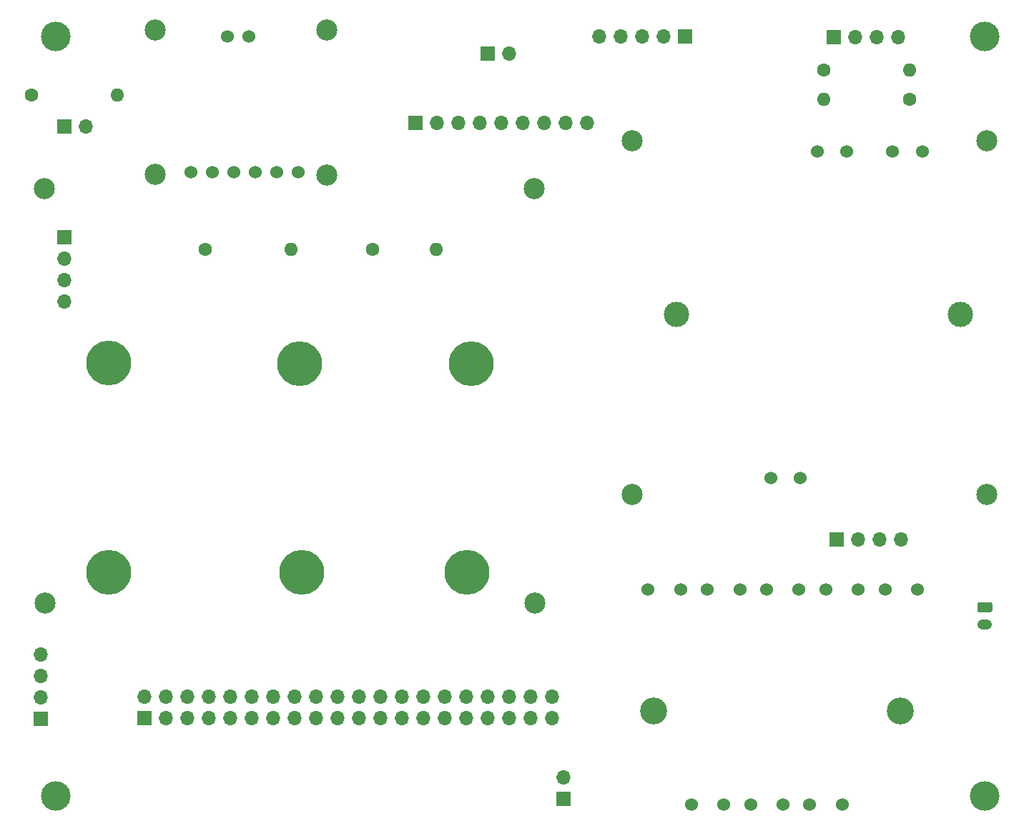
<source format=gbr>
G04 #@! TF.GenerationSoftware,KiCad,Pcbnew,(5.1.5)-3*
G04 #@! TF.CreationDate,2020-04-13T17:47:30-04:00*
G04 #@! TF.ProjectId,Deck_Plate_Daughter,4465636b-5f50-46c6-9174-655f44617567,rev?*
G04 #@! TF.SameCoordinates,Original*
G04 #@! TF.FileFunction,Soldermask,Bot*
G04 #@! TF.FilePolarity,Negative*
%FSLAX46Y46*%
G04 Gerber Fmt 4.6, Leading zero omitted, Abs format (unit mm)*
G04 Created by KiCad (PCBNEW (5.1.5)-3) date 2020-04-13 17:47:30*
%MOMM*%
%LPD*%
G04 APERTURE LIST*
%ADD10O,1.700000X1.700000*%
%ADD11R,1.700000X1.700000*%
%ADD12O,1.600000X1.600000*%
%ADD13C,1.600000*%
%ADD14C,3.000000*%
%ADD15C,5.300000*%
%ADD16C,2.500000*%
%ADD17C,3.200000*%
%ADD18C,1.524000*%
%ADD19O,1.750000X1.200000*%
%ADD20C,0.100000*%
%ADD21C,3.500000*%
G04 APERTURE END LIST*
D10*
X86950000Y-81950000D03*
X86950000Y-79410000D03*
X86950000Y-76870000D03*
D11*
X86950000Y-74330000D03*
D12*
X113780000Y-75780000D03*
D13*
X103620000Y-75780000D03*
D12*
X130950000Y-75810000D03*
D13*
X123450000Y-75810000D03*
D10*
X89520000Y-61250000D03*
D11*
X86980000Y-61250000D03*
D14*
X193090000Y-83470000D03*
X159470000Y-83470000D03*
D15*
X92250000Y-114050000D03*
X92180000Y-89290000D03*
X114820000Y-89350000D03*
X115080000Y-114030000D03*
X135140000Y-89330000D03*
X134610000Y-114040000D03*
D10*
X185710000Y-50680000D03*
X183170000Y-50680000D03*
X180630000Y-50680000D03*
D11*
X178090000Y-50680000D03*
D12*
X176910000Y-57990000D03*
D13*
X187070000Y-57990000D03*
D12*
X187080000Y-54540000D03*
D13*
X176920000Y-54540000D03*
D16*
X118070000Y-66950000D03*
X97750000Y-66930000D03*
X118070000Y-49790000D03*
X196160000Y-104870000D03*
D17*
X185969200Y-130470000D03*
X156739200Y-130510000D03*
D16*
X196160000Y-62940000D03*
X154200000Y-104870000D03*
X154200000Y-62930000D03*
X97750000Y-49800000D03*
D10*
X139660000Y-52560000D03*
D11*
X137120000Y-52560000D03*
D10*
X150254000Y-50592000D03*
X152794000Y-50592000D03*
X155334000Y-50592000D03*
X157874000Y-50592000D03*
D11*
X160414000Y-50592000D03*
D10*
X84140000Y-123820000D03*
X84140000Y-126360000D03*
X84140000Y-128900000D03*
D11*
X84140000Y-131440000D03*
D10*
X185993200Y-110138500D03*
X183453200Y-110138500D03*
X180913200Y-110138500D03*
D11*
X178373200Y-110138500D03*
D10*
X148844000Y-60833000D03*
X146304000Y-60833000D03*
X143764000Y-60833000D03*
X141224000Y-60833000D03*
X138684000Y-60833000D03*
X136144000Y-60833000D03*
X133604000Y-60833000D03*
X131064000Y-60833000D03*
D11*
X128524000Y-60833000D03*
D16*
X142626080Y-68605400D03*
X142651480Y-117703600D03*
X84612480Y-68605400D03*
X84637880Y-117703600D03*
D10*
X144696180Y-128803400D03*
X144696180Y-131343400D03*
X142156180Y-128803400D03*
X142156180Y-131343400D03*
X139616180Y-128803400D03*
X139616180Y-131343400D03*
X137076180Y-128803400D03*
X137076180Y-131343400D03*
X134536180Y-128803400D03*
X134536180Y-131343400D03*
X131996180Y-128803400D03*
X131996180Y-131343400D03*
X129456180Y-128803400D03*
X129456180Y-131343400D03*
X126916180Y-128803400D03*
X126916180Y-131343400D03*
X124376180Y-128803400D03*
X124376180Y-131343400D03*
X121836180Y-128803400D03*
X121836180Y-131343400D03*
X119296180Y-128803400D03*
X119296180Y-131343400D03*
X116756180Y-128803400D03*
X116756180Y-131343400D03*
X114216180Y-128803400D03*
X114216180Y-131343400D03*
X111676180Y-128803400D03*
X111676180Y-131343400D03*
X109136180Y-128803400D03*
X109136180Y-131343400D03*
X106596180Y-128803400D03*
X106596180Y-131343400D03*
X104056180Y-128803400D03*
X104056180Y-131343400D03*
X101516180Y-128803400D03*
X101516180Y-131343400D03*
X98976180Y-128803400D03*
X98976180Y-131343400D03*
X96436180Y-128803400D03*
D11*
X96436180Y-131343400D03*
D18*
X108773600Y-50552000D03*
X106233600Y-50552000D03*
X114641000Y-66681000D03*
X112101000Y-66681000D03*
X109561000Y-66681000D03*
X107021000Y-66681000D03*
X104481000Y-66681000D03*
X101941000Y-66681000D03*
X156060000Y-116073800D03*
X159920800Y-116073800D03*
X163070400Y-116073800D03*
X166931200Y-116073800D03*
X170080800Y-116073800D03*
X173941600Y-116073800D03*
X177091200Y-116073800D03*
X180952000Y-116073800D03*
X184152400Y-116073800D03*
X187987800Y-116073800D03*
X179072400Y-141600800D03*
X175211600Y-141600800D03*
X168201200Y-141600800D03*
X172062000Y-141600800D03*
X165051600Y-141600800D03*
X161190800Y-141600800D03*
X174112800Y-102884200D03*
X170607600Y-102909600D03*
X176094000Y-64174600D03*
X179599200Y-64149200D03*
X185034800Y-64149200D03*
X188540000Y-64149200D03*
D12*
X93190000Y-57520000D03*
D13*
X83030000Y-57520000D03*
D10*
X146070280Y-138364320D03*
D11*
X146070280Y-140904320D03*
D19*
X195950000Y-120200000D03*
D20*
G36*
X196599505Y-117601204D02*
G01*
X196623773Y-117604804D01*
X196647572Y-117610765D01*
X196670671Y-117619030D01*
X196692850Y-117629520D01*
X196713893Y-117642132D01*
X196733599Y-117656747D01*
X196751777Y-117673223D01*
X196768253Y-117691401D01*
X196782868Y-117711107D01*
X196795480Y-117732150D01*
X196805970Y-117754329D01*
X196814235Y-117777428D01*
X196820196Y-117801227D01*
X196823796Y-117825495D01*
X196825000Y-117849999D01*
X196825000Y-118550001D01*
X196823796Y-118574505D01*
X196820196Y-118598773D01*
X196814235Y-118622572D01*
X196805970Y-118645671D01*
X196795480Y-118667850D01*
X196782868Y-118688893D01*
X196768253Y-118708599D01*
X196751777Y-118726777D01*
X196733599Y-118743253D01*
X196713893Y-118757868D01*
X196692850Y-118770480D01*
X196670671Y-118780970D01*
X196647572Y-118789235D01*
X196623773Y-118795196D01*
X196599505Y-118798796D01*
X196575001Y-118800000D01*
X195324999Y-118800000D01*
X195300495Y-118798796D01*
X195276227Y-118795196D01*
X195252428Y-118789235D01*
X195229329Y-118780970D01*
X195207150Y-118770480D01*
X195186107Y-118757868D01*
X195166401Y-118743253D01*
X195148223Y-118726777D01*
X195131747Y-118708599D01*
X195117132Y-118688893D01*
X195104520Y-118667850D01*
X195094030Y-118645671D01*
X195085765Y-118622572D01*
X195079804Y-118598773D01*
X195076204Y-118574505D01*
X195075000Y-118550001D01*
X195075000Y-117849999D01*
X195076204Y-117825495D01*
X195079804Y-117801227D01*
X195085765Y-117777428D01*
X195094030Y-117754329D01*
X195104520Y-117732150D01*
X195117132Y-117711107D01*
X195131747Y-117691401D01*
X195148223Y-117673223D01*
X195166401Y-117656747D01*
X195186107Y-117642132D01*
X195207150Y-117629520D01*
X195229329Y-117619030D01*
X195252428Y-117610765D01*
X195276227Y-117604804D01*
X195300495Y-117601204D01*
X195324999Y-117600000D01*
X196575001Y-117600000D01*
X196599505Y-117601204D01*
G37*
D21*
X195940680Y-50520600D03*
X85933280Y-50520600D03*
X195940680Y-140538200D03*
X85933280Y-140538200D03*
M02*

</source>
